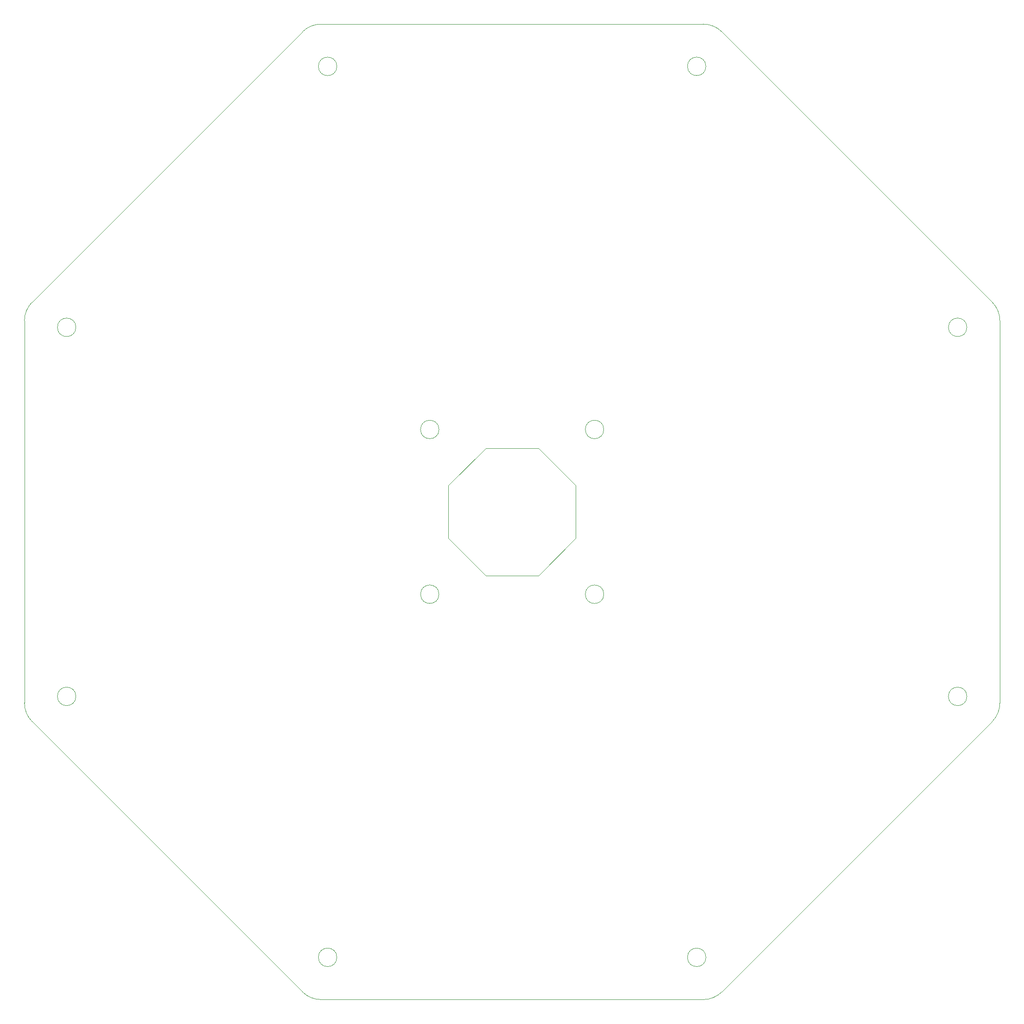
<source format=gko>
G04*
G04 #@! TF.GenerationSoftware,Altium Limited,Altium Designer,22.5.1 (42)*
G04*
G04 Layer_Color=16711935*
%FSLAX44Y44*%
%MOMM*%
G71*
G04*
G04 #@! TF.SameCoordinates,428DBBA7-CA38-4E35-A069-69FE0EE86696*
G04*
G04*
G04 #@! TF.FilePolarity,Positive*
G04*
G01*
G75*
%ADD33C,0.0127*%
D33*
X-592968Y484019D02*
G03*
X-628323Y469374I0J-50000D01*
G01*
X166333D02*
G03*
X130977Y484019I-35355J-35355D01*
G01*
X692884Y-77888D02*
G03*
X678240Y-42533I-50000J0D01*
G01*
Y-837189D02*
G03*
X692884Y-801834I-35355J35355D01*
G01*
X130977Y-1363741D02*
G03*
X166333Y-1349096I0J50000D01*
G01*
X-628323D02*
G03*
X-592968Y-1363741I35355J35355D01*
G01*
X-1154875Y-801834D02*
G03*
X-1140230Y-837189I50000J0D01*
G01*
Y-42533D02*
G03*
X-1154875Y-77888I35355J-35355D01*
G01*
X-563042Y404019D02*
G03*
X-563042Y404019I-17500J0D01*
G01*
X136051D02*
G03*
X136051Y404019I-17500J0D01*
G01*
X630384Y-90315D02*
G03*
X630384Y-90315I-17500J0D01*
G01*
Y-789407D02*
G03*
X630384Y-789407I-17500J0D01*
G01*
X136051Y-1283741D02*
G03*
X136051Y-1283741I-17500J0D01*
G01*
X-563042D02*
G03*
X-563042Y-1283741I-17500J0D01*
G01*
X-1057375Y-789407D02*
G03*
X-1057375Y-789407I-17500J0D01*
G01*
Y-90315D02*
G03*
X-1057375Y-90315I-17500J0D01*
G01*
X-57429Y-283795D02*
G03*
X-57429Y-283795I-17500J0D01*
G01*
Y-595927D02*
G03*
X-57429Y-595927I-17500J0D01*
G01*
X-369561D02*
G03*
X-369561Y-595927I-17500J0D01*
G01*
Y-283795D02*
G03*
X-369561Y-283795I-17500J0D01*
G01*
X-592968Y484019D02*
X130977D01*
X166333Y469374D02*
X678240Y-42533D01*
X692884Y-801834D02*
Y-77888D01*
X166333Y-1349096D02*
X678240Y-837189D01*
X-592968Y-1363741D02*
X130977D01*
X-1140230Y-837189D02*
X-628323Y-1349096D01*
X-1154875Y-801834D02*
Y-77888D01*
X-1140230Y-42533D02*
X-628323Y469374D01*
X-180995Y-319150D02*
X-110285Y-389861D01*
X-280995Y-319150D02*
X-180995D01*
X-351706Y-389861D02*
X-280995Y-319150D01*
X-351706Y-489861D02*
Y-389861D01*
Y-489861D02*
X-280995Y-560572D01*
X-180995D01*
X-110285Y-489861D01*
Y-389861D01*
M02*

</source>
